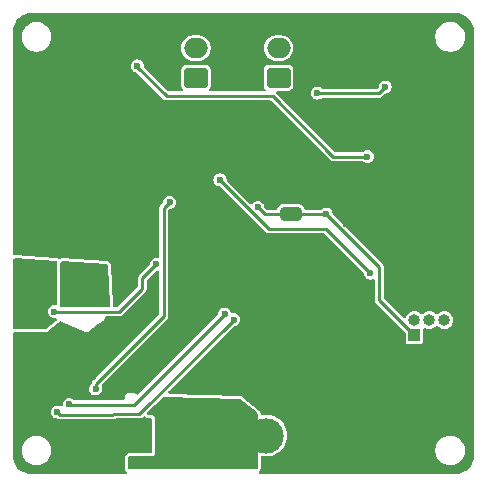
<source format=gbr>
%TF.GenerationSoftware,KiCad,Pcbnew,8.0.2*%
%TF.CreationDate,2024-11-04T12:25:00+02:00*%
%TF.ProjectId,Little Boy - External,4c697474-6c65-4204-926f-79202d204578,rev?*%
%TF.SameCoordinates,Original*%
%TF.FileFunction,Copper,L4,Bot*%
%TF.FilePolarity,Positive*%
%FSLAX46Y46*%
G04 Gerber Fmt 4.6, Leading zero omitted, Abs format (unit mm)*
G04 Created by KiCad (PCBNEW 8.0.2) date 2024-11-04 12:25:00*
%MOMM*%
%LPD*%
G01*
G04 APERTURE LIST*
G04 Aperture macros list*
%AMRoundRect*
0 Rectangle with rounded corners*
0 $1 Rounding radius*
0 $2 $3 $4 $5 $6 $7 $8 $9 X,Y pos of 4 corners*
0 Add a 4 corners polygon primitive as box body*
4,1,4,$2,$3,$4,$5,$6,$7,$8,$9,$2,$3,0*
0 Add four circle primitives for the rounded corners*
1,1,$1+$1,$2,$3*
1,1,$1+$1,$4,$5*
1,1,$1+$1,$6,$7*
1,1,$1+$1,$8,$9*
0 Add four rect primitives between the rounded corners*
20,1,$1+$1,$2,$3,$4,$5,0*
20,1,$1+$1,$4,$5,$6,$7,0*
20,1,$1+$1,$6,$7,$8,$9,0*
20,1,$1+$1,$8,$9,$2,$3,0*%
G04 Aperture macros list end*
%TA.AperFunction,ComponentPad*%
%ADD10C,0.600000*%
%TD*%
%TA.AperFunction,SMDPad,CuDef*%
%ADD11R,4.900000X2.950000*%
%TD*%
%TA.AperFunction,ComponentPad*%
%ADD12RoundRect,0.250000X-1.125000X-1.125000X1.125000X-1.125000X1.125000X1.125000X-1.125000X1.125000X0*%
%TD*%
%TA.AperFunction,HeatsinkPad*%
%ADD13C,0.500000*%
%TD*%
%TA.AperFunction,HeatsinkPad*%
%ADD14R,0.500000X1.600000*%
%TD*%
%TA.AperFunction,ComponentPad*%
%ADD15R,3.000000X3.000000*%
%TD*%
%TA.AperFunction,ComponentPad*%
%ADD16C,3.000000*%
%TD*%
%TA.AperFunction,ComponentPad*%
%ADD17R,1.000000X1.000000*%
%TD*%
%TA.AperFunction,ComponentPad*%
%ADD18O,1.000000X1.000000*%
%TD*%
%TA.AperFunction,ComponentPad*%
%ADD19RoundRect,0.250000X0.750000X-0.600000X0.750000X0.600000X-0.750000X0.600000X-0.750000X-0.600000X0*%
%TD*%
%TA.AperFunction,ComponentPad*%
%ADD20O,2.000000X1.700000*%
%TD*%
%TA.AperFunction,SMDPad,CuDef*%
%ADD21RoundRect,0.250000X0.650000X-0.325000X0.650000X0.325000X-0.650000X0.325000X-0.650000X-0.325000X0*%
%TD*%
%TA.AperFunction,ViaPad*%
%ADD22C,0.600000*%
%TD*%
%TA.AperFunction,Conductor*%
%ADD23C,0.254000*%
%TD*%
G04 APERTURE END LIST*
D10*
%TO.P,U2,9,GND*%
%TO.N,GND*%
X128850001Y-59250001D03*
X126250000Y-59250000D03*
X127550000Y-59250000D03*
X124949998Y-59249999D03*
D11*
X126900000Y-58600000D03*
D10*
X128850002Y-57950001D03*
X126250000Y-57950000D03*
X127550000Y-57950000D03*
X124949999Y-57949999D03*
%TD*%
D12*
%TO.P,J6,1,Pin_1*%
%TO.N, MOT_A*%
X129500000Y-66500000D03*
%TD*%
D13*
%TO.P,U3,7,PAD*%
%TO.N,GND*%
X133137501Y-49859176D03*
D14*
X133137501Y-49309177D03*
D13*
X133137501Y-48759178D03*
%TD*%
D15*
%TO.P,J4,1,Pin_1*%
%TO.N,GND*%
X149950000Y-79250000D03*
D16*
%TO.P,J4,2,Pin_2*%
%TO.N,+12V*%
X144950000Y-79250000D03*
%TD*%
D17*
%TO.P,SWD,1,Pin_1*%
%TO.N,+3V3*%
X157475000Y-70750000D03*
D18*
%TO.P,SWD,2,Pin_2*%
%TO.N,SWDIO*%
X157475000Y-69479999D03*
%TO.P,SWD,3,Pin_3*%
%TO.N,GND*%
X158745001Y-70750000D03*
%TO.P,SWD,4,Pin_4*%
%TO.N,SWCLK*%
X158745000Y-69480002D03*
%TO.P,SWD,5,Pin_5*%
%TO.N,GND*%
X160015001Y-70750001D03*
%TO.P,SWD,6,Pin_6*%
%TO.N,NRST*%
X160014999Y-69480000D03*
%TD*%
D15*
%TO.P,J3,1,Pin_1*%
%TO.N,GND*%
X133750000Y-79250000D03*
D16*
%TO.P,J3,2,Pin_2*%
%TO.N,+12V*%
X138750000Y-79250000D03*
%TD*%
D19*
%TO.P,J8,1,Pin_1*%
%TO.N,CAN_H*%
X138972499Y-48955001D03*
D20*
%TO.P,J8,2,Pin_2*%
%TO.N,CAN_L*%
X138972500Y-46455001D03*
%TD*%
D12*
%TO.P,J5,1,Pin_1*%
%TO.N,Net-(IC1-OUT2)*%
X125250000Y-66500000D03*
%TD*%
D19*
%TO.P,J9,1,Pin_1*%
%TO.N,CAN_H*%
X145972498Y-48955001D03*
D20*
%TO.P,J9,2,Pin_2*%
%TO.N,CAN_L*%
X145972497Y-46455001D03*
%TD*%
D21*
%TO.P,C21,1*%
%TO.N,+3V3*%
X147000000Y-60475000D03*
%TO.P,C21,2*%
%TO.N,GND*%
X147000000Y-57525000D03*
%TD*%
D22*
%TO.N,GND*%
X154200000Y-58800000D03*
X137250000Y-66500000D03*
X157200000Y-49950000D03*
X125500000Y-50300000D03*
X129700000Y-55000000D03*
X130750000Y-60450000D03*
X134550000Y-54650000D03*
X133000000Y-54650000D03*
X137100000Y-58700000D03*
X137000000Y-58050000D03*
X137000000Y-57050000D03*
X128750000Y-72250000D03*
X141895683Y-55346796D03*
X128000000Y-51250000D03*
X160000000Y-67500000D03*
X162000000Y-71500000D03*
X126250000Y-73750000D03*
X159250000Y-67500000D03*
X159750000Y-64750000D03*
X139500000Y-57500000D03*
X134887498Y-47909178D03*
X129250000Y-50500000D03*
X159000000Y-58250000D03*
X160750000Y-67000000D03*
X130260001Y-74260001D03*
X128250000Y-73750000D03*
X139250000Y-54250000D03*
X127250000Y-72750000D03*
X126750000Y-73250000D03*
X127250000Y-73750000D03*
X127750000Y-72250000D03*
X145750000Y-55000000D03*
X131000000Y-76000000D03*
X143750000Y-53500000D03*
X160750000Y-65500000D03*
X149000000Y-67250000D03*
X126250000Y-72750000D03*
X152500000Y-61300000D03*
X159750000Y-58250000D03*
X126750000Y-72250000D03*
X141750000Y-60123000D03*
X151700000Y-61300000D03*
X128250000Y-72750000D03*
X124000000Y-62250000D03*
X127250000Y-71750000D03*
X153000000Y-58500000D03*
X159000000Y-64750000D03*
X160500000Y-64750000D03*
X160500000Y-58250000D03*
X125500000Y-76750000D03*
X126250000Y-71750000D03*
X158250000Y-64750000D03*
X160750000Y-66250000D03*
X127750000Y-73250000D03*
X128250000Y-71750000D03*
X128750000Y-73250000D03*
X131500000Y-49250000D03*
X141000000Y-53250000D03*
X131500000Y-75000000D03*
X158250000Y-58250000D03*
%TO.N,+3V3*%
X149250000Y-50257001D03*
X150000000Y-60500000D03*
X136750000Y-59500000D03*
X130500000Y-75300003D03*
X144219905Y-59919904D03*
X155000000Y-49750000D03*
%TO.N,NRST*%
X141018144Y-57604856D03*
X153750000Y-65500000D03*
%TO.N,+5V*%
X134007034Y-47959178D03*
X153500000Y-55627000D03*
%TO.N,DRV_IN2*%
X127250000Y-77250000D03*
X142187500Y-69437500D03*
%TO.N,ISEN*%
X127000000Y-68750000D03*
X135623000Y-64750000D03*
%TO.N,DRV_IN1*%
X141406642Y-68956645D03*
X128250000Y-76623000D03*
%TD*%
D23*
%TO.N,ISEN*%
X132500000Y-68750000D02*
X127000000Y-68750000D01*
X134423000Y-65950000D02*
X134423000Y-66827000D01*
X134423000Y-66827000D02*
X132500000Y-68750000D01*
X135623000Y-64750000D02*
X134423000Y-65950000D01*
%TO.N,+3V3*%
X130500000Y-74906714D02*
X136250000Y-69156714D01*
X154492999Y-50257001D02*
X149250000Y-50257001D01*
X154500000Y-65000000D02*
X154500000Y-67775000D01*
X130500000Y-75300003D02*
X130500000Y-74906714D01*
X154500000Y-67775000D02*
X157475000Y-70750000D01*
X136250000Y-60000000D02*
X136750000Y-59500000D01*
X150000000Y-60500000D02*
X144800001Y-60500000D01*
X150000000Y-60500000D02*
X154500000Y-65000000D01*
X144800001Y-60500000D02*
X144219905Y-59919904D01*
X155000000Y-49750000D02*
X154492999Y-50257001D01*
X136250000Y-69156714D02*
X136250000Y-60000000D01*
%TO.N,NRST*%
X141018144Y-57604856D02*
X145178340Y-61765052D01*
X150015052Y-61765052D02*
X153750000Y-65500000D01*
X145178340Y-61765052D02*
X150015052Y-61765052D01*
%TO.N,+5V*%
X150627000Y-55627000D02*
X145500000Y-50500000D01*
X153500000Y-55627000D02*
X150627000Y-55627000D01*
X136500000Y-50500000D02*
X134007034Y-48007034D01*
X145500000Y-50500000D02*
X136500000Y-50500000D01*
X134007034Y-48007034D02*
X134007034Y-47959178D01*
%TO.N,DRV_IN2*%
X142187500Y-69437500D02*
X134202000Y-77423000D01*
X134202000Y-77423000D02*
X132000000Y-77423000D01*
X127500000Y-77500000D02*
X127250000Y-77250000D01*
X132000000Y-77423000D02*
X131923000Y-77500000D01*
X131923000Y-77500000D02*
X127500000Y-77500000D01*
%TO.N,DRV_IN1*%
X128250000Y-76623000D02*
X128254000Y-76627000D01*
X133736287Y-76627000D02*
X141406642Y-68956645D01*
X128254000Y-76627000D02*
X133736287Y-76627000D01*
%TD*%
%TA.AperFunction,Conductor*%
%TO.N,GND*%
G36*
X161004418Y-43500816D02*
G01*
X161204561Y-43515130D01*
X161222063Y-43517647D01*
X161413797Y-43559355D01*
X161430755Y-43564334D01*
X161614609Y-43632909D01*
X161630701Y-43640259D01*
X161802904Y-43734288D01*
X161817784Y-43743849D01*
X161974867Y-43861441D01*
X161988237Y-43873027D01*
X162126972Y-44011762D01*
X162138558Y-44025132D01*
X162256146Y-44182210D01*
X162265711Y-44197095D01*
X162359740Y-44369298D01*
X162367090Y-44385390D01*
X162435662Y-44569236D01*
X162440646Y-44586212D01*
X162482351Y-44777931D01*
X162484869Y-44795442D01*
X162499184Y-44995580D01*
X162499500Y-45004427D01*
X162499500Y-80995572D01*
X162499184Y-81004419D01*
X162484869Y-81204557D01*
X162482351Y-81222068D01*
X162440646Y-81413787D01*
X162435662Y-81430763D01*
X162367090Y-81614609D01*
X162359740Y-81630701D01*
X162265711Y-81802904D01*
X162256146Y-81817789D01*
X162138558Y-81974867D01*
X162126972Y-81988237D01*
X161988237Y-82126972D01*
X161974867Y-82138558D01*
X161817789Y-82256146D01*
X161802904Y-82265711D01*
X161630701Y-82359740D01*
X161614609Y-82367090D01*
X161430763Y-82435662D01*
X161413787Y-82440646D01*
X161222068Y-82482351D01*
X161204557Y-82484869D01*
X161023779Y-82497799D01*
X161004417Y-82499184D01*
X160995572Y-82499500D01*
X144410966Y-82499500D01*
X144343927Y-82479815D01*
X144298172Y-82427011D01*
X144288228Y-82357853D01*
X144317253Y-82294297D01*
X144329758Y-82281791D01*
X144354898Y-82260008D01*
X144386523Y-82227234D01*
X144432731Y-82138899D01*
X144432832Y-82138558D01*
X144442481Y-82105693D01*
X144452416Y-82071860D01*
X144462766Y-81999875D01*
X144462766Y-81090923D01*
X144482451Y-81023884D01*
X144535255Y-80978129D01*
X144604413Y-80968185D01*
X144604993Y-80968270D01*
X144818818Y-81000500D01*
X145081182Y-81000500D01*
X145340615Y-80961396D01*
X145591323Y-80884063D01*
X145827704Y-80770228D01*
X146044479Y-80622433D01*
X146236805Y-80443981D01*
X146270621Y-80401577D01*
X159249500Y-80401577D01*
X159249500Y-80598422D01*
X159280290Y-80792826D01*
X159341117Y-80980029D01*
X159378048Y-81052509D01*
X159430476Y-81155405D01*
X159546172Y-81314646D01*
X159685354Y-81453828D01*
X159844595Y-81569524D01*
X159927455Y-81611743D01*
X160019970Y-81658882D01*
X160019972Y-81658882D01*
X160019975Y-81658884D01*
X160120317Y-81691487D01*
X160207173Y-81719709D01*
X160401578Y-81750500D01*
X160401583Y-81750500D01*
X160598422Y-81750500D01*
X160792826Y-81719709D01*
X160980025Y-81658884D01*
X161155405Y-81569524D01*
X161314646Y-81453828D01*
X161453828Y-81314646D01*
X161569524Y-81155405D01*
X161658884Y-80980025D01*
X161719709Y-80792826D01*
X161750500Y-80598422D01*
X161750500Y-80401577D01*
X161719709Y-80207173D01*
X161658882Y-80019970D01*
X161569523Y-79844594D01*
X161513453Y-79767421D01*
X161453828Y-79685354D01*
X161314646Y-79546172D01*
X161155405Y-79430476D01*
X160980029Y-79341117D01*
X160792826Y-79280290D01*
X160598422Y-79249500D01*
X160598417Y-79249500D01*
X160401583Y-79249500D01*
X160401578Y-79249500D01*
X160207173Y-79280290D01*
X160019970Y-79341117D01*
X159844594Y-79430476D01*
X159753741Y-79496485D01*
X159685354Y-79546172D01*
X159685352Y-79546174D01*
X159685351Y-79546174D01*
X159546174Y-79685351D01*
X159546174Y-79685352D01*
X159546172Y-79685354D01*
X159496485Y-79753741D01*
X159430476Y-79844594D01*
X159341117Y-80019970D01*
X159280290Y-80207173D01*
X159249500Y-80401577D01*
X146270621Y-80401577D01*
X146400386Y-80238857D01*
X146531568Y-80011643D01*
X146627420Y-79767416D01*
X146685802Y-79511630D01*
X146705408Y-79250000D01*
X146685802Y-78988370D01*
X146627420Y-78732584D01*
X146531568Y-78488357D01*
X146400386Y-78261143D01*
X146236805Y-78056019D01*
X146236804Y-78056018D01*
X146236801Y-78056014D01*
X146044479Y-77877567D01*
X146044379Y-77877499D01*
X145827704Y-77729772D01*
X145827700Y-77729770D01*
X145827697Y-77729768D01*
X145827696Y-77729767D01*
X145591325Y-77615938D01*
X145591327Y-77615938D01*
X145340623Y-77538606D01*
X145340619Y-77538605D01*
X145340615Y-77538604D01*
X145215823Y-77519794D01*
X145081187Y-77499500D01*
X145081182Y-77499500D01*
X144818818Y-77499500D01*
X144818812Y-77499500D01*
X144646165Y-77525523D01*
X144603876Y-77531897D01*
X144534652Y-77522425D01*
X144481538Y-77477031D01*
X144461755Y-77418723D01*
X144459803Y-77393156D01*
X144454085Y-77355936D01*
X144452068Y-77344534D01*
X144413788Y-77252485D01*
X144374889Y-77194446D01*
X144328759Y-77143237D01*
X144328194Y-77142061D01*
X142903923Y-75955169D01*
X142903922Y-75955168D01*
X142903911Y-75955159D01*
X142894183Y-75947445D01*
X142884560Y-75940188D01*
X142809131Y-75901012D01*
X142742624Y-75879568D01*
X142670939Y-75867329D01*
X136743575Y-75711346D01*
X136677077Y-75689905D01*
X136632727Y-75635915D01*
X136624606Y-75566519D01*
X136655293Y-75503749D01*
X136659134Y-75499730D01*
X142133110Y-70025754D01*
X142194431Y-69992271D01*
X142204599Y-69990498D01*
X142331209Y-69973830D01*
X142465125Y-69918361D01*
X142580121Y-69830121D01*
X142668361Y-69715125D01*
X142723830Y-69581209D01*
X142742750Y-69437500D01*
X142723830Y-69293791D01*
X142668361Y-69159875D01*
X142580121Y-69044879D01*
X142465125Y-68956639D01*
X142465124Y-68956638D01*
X142465122Y-68956637D01*
X142331212Y-68901171D01*
X142331210Y-68901170D01*
X142331209Y-68901170D01*
X142242743Y-68889523D01*
X142187501Y-68882250D01*
X142187499Y-68882250D01*
X142077059Y-68896790D01*
X142008023Y-68886025D01*
X141955767Y-68839645D01*
X141947208Y-68819977D01*
X141946082Y-68820444D01*
X141887504Y-68679022D01*
X141887503Y-68679021D01*
X141887503Y-68679020D01*
X141799263Y-68564024D01*
X141684267Y-68475784D01*
X141684266Y-68475783D01*
X141684264Y-68475782D01*
X141550354Y-68420316D01*
X141550352Y-68420315D01*
X141550351Y-68420315D01*
X141478496Y-68410855D01*
X141406643Y-68401395D01*
X141406641Y-68401395D01*
X141262933Y-68420315D01*
X141262929Y-68420316D01*
X141129019Y-68475782D01*
X141014021Y-68564024D01*
X140925779Y-68679022D01*
X140870313Y-68812932D01*
X140870312Y-68812936D01*
X140853643Y-68939541D01*
X140825376Y-69003437D01*
X140818385Y-69011035D01*
X134085950Y-75743470D01*
X134024627Y-75776955D01*
X133954935Y-75771971D01*
X133909850Y-75742726D01*
X133879891Y-75712256D01*
X133879890Y-75712255D01*
X133879889Y-75712254D01*
X133879886Y-75712252D01*
X133879882Y-75712249D01*
X133792800Y-75663739D01*
X133792792Y-75663736D01*
X133726299Y-75642297D01*
X133654611Y-75630057D01*
X133341245Y-75621810D01*
X133283494Y-75626870D01*
X133283485Y-75626871D01*
X133228742Y-75638029D01*
X133199071Y-75645960D01*
X133199070Y-75645960D01*
X133199068Y-75645961D01*
X133170191Y-75662404D01*
X133112440Y-75695290D01*
X133112439Y-75695291D01*
X133059637Y-75741043D01*
X133028009Y-75773820D01*
X132981800Y-75862157D01*
X132981799Y-75862157D01*
X132962117Y-75929189D01*
X132962114Y-75929201D01*
X132951766Y-76001178D01*
X132951766Y-76125500D01*
X132932081Y-76192539D01*
X132879277Y-76238294D01*
X132827766Y-76249500D01*
X128709633Y-76249500D01*
X128642594Y-76229815D01*
X128634147Y-76223876D01*
X128527625Y-76142139D01*
X128527623Y-76142138D01*
X128393712Y-76086671D01*
X128393710Y-76086670D01*
X128393709Y-76086670D01*
X128321854Y-76077210D01*
X128250001Y-76067750D01*
X128249999Y-76067750D01*
X128106291Y-76086670D01*
X128106287Y-76086671D01*
X127972377Y-76142137D01*
X127857379Y-76230379D01*
X127769137Y-76345377D01*
X127713671Y-76479287D01*
X127713670Y-76479291D01*
X127694750Y-76622999D01*
X127696705Y-76637852D01*
X127685937Y-76706887D01*
X127639556Y-76759142D01*
X127572286Y-76778025D01*
X127526313Y-76768595D01*
X127393712Y-76713671D01*
X127393710Y-76713670D01*
X127393709Y-76713670D01*
X127321854Y-76704210D01*
X127250001Y-76694750D01*
X127249999Y-76694750D01*
X127106291Y-76713670D01*
X127106287Y-76713671D01*
X126972377Y-76769137D01*
X126857379Y-76857379D01*
X126769137Y-76972377D01*
X126713671Y-77106287D01*
X126713670Y-77106291D01*
X126694750Y-77250000D01*
X126713599Y-77393173D01*
X126713670Y-77393708D01*
X126713671Y-77393712D01*
X126769137Y-77527622D01*
X126769138Y-77527624D01*
X126769139Y-77527625D01*
X126857379Y-77642621D01*
X126972375Y-77730861D01*
X127106291Y-77786330D01*
X127250000Y-77805250D01*
X127250000Y-77805249D01*
X127256259Y-77806074D01*
X127302069Y-77821624D01*
X127317903Y-77830765D01*
X127317907Y-77830769D01*
X127317908Y-77830768D01*
X127354291Y-77851774D01*
X127450301Y-77877500D01*
X127450304Y-77877500D01*
X131972697Y-77877500D01*
X131972699Y-77877500D01*
X132068710Y-77851774D01*
X132078975Y-77845847D01*
X132128743Y-77817114D01*
X132190744Y-77800500D01*
X134251697Y-77800500D01*
X134251699Y-77800500D01*
X134347710Y-77774774D01*
X134433790Y-77725075D01*
X134517669Y-77641195D01*
X134578991Y-77607710D01*
X134648682Y-77612694D01*
X134696133Y-77645640D01*
X134696685Y-77645118D01*
X134698587Y-77647125D01*
X134698592Y-77647130D01*
X134698594Y-77647132D01*
X134731368Y-77678757D01*
X134819703Y-77724965D01*
X134819704Y-77724965D01*
X134819704Y-77724966D01*
X134869832Y-77739684D01*
X134886742Y-77744650D01*
X134886746Y-77744650D01*
X134886748Y-77744651D01*
X134898379Y-77746323D01*
X134958727Y-77755000D01*
X135121000Y-77755000D01*
X135188039Y-77774685D01*
X135233794Y-77827489D01*
X135245000Y-77879000D01*
X135245000Y-80621000D01*
X135225315Y-80688039D01*
X135172511Y-80733794D01*
X135121000Y-80745000D01*
X133331263Y-80745000D01*
X133276953Y-80750838D01*
X133225447Y-80762043D01*
X133225438Y-80762046D01*
X133199073Y-80769279D01*
X133199062Y-80769283D01*
X133112447Y-80818605D01*
X133112439Y-80818611D01*
X133059637Y-80864363D01*
X133028009Y-80897140D01*
X132981800Y-80985477D01*
X132981799Y-80985477D01*
X132962117Y-81052509D01*
X132962114Y-81052521D01*
X132951766Y-81124498D01*
X132951766Y-81999877D01*
X132957604Y-82054187D01*
X132968809Y-82105693D01*
X132968812Y-82105702D01*
X132976045Y-82132067D01*
X132976049Y-82132078D01*
X133025371Y-82218693D01*
X133025376Y-82218700D01*
X133025378Y-82218703D01*
X133057823Y-82256146D01*
X133071132Y-82271506D01*
X133071137Y-82271511D01*
X133086431Y-82286269D01*
X133121005Y-82346985D01*
X133117264Y-82416755D01*
X133076397Y-82473426D01*
X133011379Y-82499007D01*
X133000328Y-82499500D01*
X125004428Y-82499500D01*
X124995582Y-82499184D01*
X124973622Y-82497613D01*
X124795442Y-82484869D01*
X124777931Y-82482351D01*
X124586212Y-82440646D01*
X124569236Y-82435662D01*
X124385390Y-82367090D01*
X124369298Y-82359740D01*
X124197095Y-82265711D01*
X124182210Y-82256146D01*
X124143588Y-82227234D01*
X124038629Y-82148662D01*
X124025132Y-82138558D01*
X124011762Y-82126972D01*
X123873027Y-81988237D01*
X123861441Y-81974867D01*
X123743849Y-81817784D01*
X123734288Y-81802904D01*
X123640259Y-81630701D01*
X123632909Y-81614609D01*
X123572091Y-81451551D01*
X123564334Y-81430755D01*
X123559355Y-81413797D01*
X123517647Y-81222063D01*
X123515130Y-81204556D01*
X123509404Y-81124500D01*
X123500816Y-81004418D01*
X123500500Y-80995572D01*
X123500500Y-80401577D01*
X124249500Y-80401577D01*
X124249500Y-80598422D01*
X124280290Y-80792826D01*
X124341117Y-80980029D01*
X124378048Y-81052509D01*
X124430476Y-81155405D01*
X124546172Y-81314646D01*
X124685354Y-81453828D01*
X124844595Y-81569524D01*
X124927455Y-81611743D01*
X125019970Y-81658882D01*
X125019972Y-81658882D01*
X125019975Y-81658884D01*
X125120317Y-81691487D01*
X125207173Y-81719709D01*
X125401578Y-81750500D01*
X125401583Y-81750500D01*
X125598422Y-81750500D01*
X125792826Y-81719709D01*
X125980025Y-81658884D01*
X126155405Y-81569524D01*
X126314646Y-81453828D01*
X126453828Y-81314646D01*
X126569524Y-81155405D01*
X126658884Y-80980025D01*
X126719709Y-80792826D01*
X126750500Y-80598422D01*
X126750500Y-80401577D01*
X126719709Y-80207173D01*
X126658882Y-80019970D01*
X126569523Y-79844594D01*
X126513453Y-79767421D01*
X126453828Y-79685354D01*
X126314646Y-79546172D01*
X126155405Y-79430476D01*
X125980029Y-79341117D01*
X125792826Y-79280290D01*
X125598422Y-79249500D01*
X125598417Y-79249500D01*
X125401583Y-79249500D01*
X125401578Y-79249500D01*
X125207173Y-79280290D01*
X125019970Y-79341117D01*
X124844594Y-79430476D01*
X124753741Y-79496485D01*
X124685354Y-79546172D01*
X124685352Y-79546174D01*
X124685351Y-79546174D01*
X124546174Y-79685351D01*
X124546174Y-79685352D01*
X124546172Y-79685354D01*
X124496485Y-79753741D01*
X124430476Y-79844594D01*
X124341117Y-80019970D01*
X124280290Y-80207173D01*
X124249500Y-80401577D01*
X123500500Y-80401577D01*
X123500500Y-70629500D01*
X123520185Y-70562461D01*
X123572989Y-70516706D01*
X123624500Y-70505500D01*
X126206485Y-70505500D01*
X126206503Y-70505500D01*
X126219723Y-70505158D01*
X126232539Y-70504494D01*
X126316254Y-70485734D01*
X126380900Y-70459226D01*
X126443575Y-70422340D01*
X127328165Y-69714666D01*
X127357311Y-69687350D01*
X127383360Y-69658796D01*
X127391627Y-69649271D01*
X127415732Y-69604493D01*
X127464840Y-69554797D01*
X127533024Y-69539538D01*
X127590891Y-69558282D01*
X127592980Y-69559594D01*
X127592984Y-69559598D01*
X127654561Y-69598292D01*
X129579709Y-70453913D01*
X129639507Y-70472122D01*
X129639511Y-70472122D01*
X129639512Y-70472123D01*
X129669166Y-70477303D01*
X129698826Y-70482485D01*
X129733907Y-70486142D01*
X129832300Y-70470107D01*
X129832301Y-70470106D01*
X129832304Y-70470106D01*
X129876158Y-70453703D01*
X129897742Y-70445631D01*
X129961538Y-70410721D01*
X130722090Y-69840307D01*
X131102368Y-69555098D01*
X131123247Y-69537625D01*
X131142559Y-69519630D01*
X131200791Y-69438841D01*
X131229816Y-69375285D01*
X131244969Y-69332332D01*
X131247123Y-69292138D01*
X131249657Y-69244864D01*
X131272901Y-69178974D01*
X131328077Y-69136111D01*
X131373479Y-69127500D01*
X132549697Y-69127500D01*
X132549699Y-69127500D01*
X132645710Y-69101774D01*
X132731790Y-69052075D01*
X134725076Y-67058790D01*
X134774774Y-66972710D01*
X134800500Y-66876699D01*
X134800500Y-66777301D01*
X134800500Y-66157727D01*
X134820185Y-66090688D01*
X134836819Y-66070046D01*
X135188658Y-65718207D01*
X135568610Y-65338254D01*
X135629931Y-65304771D01*
X135640099Y-65302998D01*
X135732315Y-65290858D01*
X135801350Y-65301623D01*
X135853606Y-65348003D01*
X135872500Y-65413797D01*
X135872500Y-68948987D01*
X135852815Y-69016026D01*
X135836181Y-69036668D01*
X130197927Y-74674921D01*
X130197925Y-74674924D01*
X130148225Y-74761005D01*
X130148225Y-74761008D01*
X130122500Y-74857013D01*
X130121964Y-74861089D01*
X130097401Y-74920385D01*
X130019139Y-75022377D01*
X130019138Y-75022379D01*
X129963671Y-75156290D01*
X129963670Y-75156294D01*
X129944750Y-75300002D01*
X129944750Y-75300003D01*
X129963670Y-75443711D01*
X129963671Y-75443715D01*
X130019137Y-75577625D01*
X130019138Y-75577627D01*
X130019139Y-75577628D01*
X130107379Y-75692624D01*
X130222375Y-75780864D01*
X130356291Y-75836333D01*
X130483280Y-75853051D01*
X130499999Y-75855253D01*
X130500000Y-75855253D01*
X130500001Y-75855253D01*
X130514977Y-75853281D01*
X130643709Y-75836333D01*
X130777625Y-75780864D01*
X130892621Y-75692624D01*
X130980861Y-75577628D01*
X131036330Y-75443712D01*
X131055250Y-75300003D01*
X131036330Y-75156294D01*
X130994213Y-75054615D01*
X130986745Y-74985147D01*
X131018020Y-74922668D01*
X131021065Y-74919512D01*
X136552075Y-69388504D01*
X136601774Y-69302424D01*
X136627500Y-69206413D01*
X136627500Y-69107015D01*
X136627500Y-60207727D01*
X136647185Y-60140688D01*
X136663819Y-60120046D01*
X136695609Y-60088256D01*
X136756932Y-60054771D01*
X136767099Y-60052998D01*
X136893709Y-60036330D01*
X137027625Y-59980861D01*
X137142621Y-59892621D01*
X137230861Y-59777625D01*
X137286330Y-59643709D01*
X137305250Y-59500000D01*
X137286330Y-59356291D01*
X137230861Y-59222375D01*
X137142621Y-59107379D01*
X137027625Y-59019139D01*
X137027624Y-59019138D01*
X137027622Y-59019137D01*
X136893712Y-58963671D01*
X136893710Y-58963670D01*
X136893709Y-58963670D01*
X136821854Y-58954210D01*
X136750001Y-58944750D01*
X136749999Y-58944750D01*
X136606291Y-58963670D01*
X136606287Y-58963671D01*
X136472377Y-59019137D01*
X136357379Y-59107379D01*
X136269137Y-59222377D01*
X136213671Y-59356287D01*
X136213670Y-59356291D01*
X136197001Y-59482896D01*
X136168734Y-59546792D01*
X136161744Y-59554390D01*
X135947925Y-59768210D01*
X135898225Y-59854291D01*
X135898225Y-59854294D01*
X135872500Y-59950301D01*
X135872500Y-64086202D01*
X135852815Y-64153241D01*
X135800011Y-64198996D01*
X135732315Y-64209141D01*
X135623002Y-64194750D01*
X135622999Y-64194750D01*
X135479291Y-64213670D01*
X135479287Y-64213671D01*
X135345377Y-64269137D01*
X135230379Y-64357379D01*
X135142137Y-64472377D01*
X135086671Y-64606287D01*
X135086670Y-64606291D01*
X135070001Y-64732895D01*
X135041734Y-64796791D01*
X135034743Y-64804389D01*
X134120927Y-65718207D01*
X134120925Y-65718210D01*
X134071225Y-65804291D01*
X134071225Y-65804294D01*
X134045500Y-65900301D01*
X134045500Y-66619272D01*
X134025815Y-66686311D01*
X134009181Y-66706953D01*
X132379954Y-68336181D01*
X132318631Y-68369666D01*
X132292273Y-68372500D01*
X132095670Y-68372500D01*
X132028631Y-68352815D01*
X131982876Y-68300011D01*
X131972070Y-68238547D01*
X131972199Y-68236938D01*
X131973175Y-68224827D01*
X131761826Y-64843261D01*
X131756484Y-64804886D01*
X131748513Y-64768246D01*
X131745839Y-64757151D01*
X131702008Y-64667612D01*
X131659636Y-64612057D01*
X131659628Y-64612048D01*
X131628900Y-64578451D01*
X131628898Y-64578450D01*
X131587668Y-64553489D01*
X131543619Y-64526822D01*
X131543617Y-64526821D01*
X131543615Y-64526820D01*
X131504075Y-64512475D01*
X131477938Y-64502993D01*
X131477934Y-64502992D01*
X131477924Y-64502989D01*
X131406747Y-64488174D01*
X131406741Y-64488173D01*
X131406738Y-64488173D01*
X127647671Y-64253231D01*
X127647670Y-64253231D01*
X127640380Y-64253671D01*
X127585234Y-64257000D01*
X127585230Y-64257000D01*
X127585225Y-64257001D01*
X127585224Y-64257001D01*
X127525984Y-64267965D01*
X127491802Y-64276773D01*
X127461899Y-64293801D01*
X127393902Y-64309868D01*
X127336323Y-64292122D01*
X127284276Y-64260613D01*
X127284275Y-64260612D01*
X127284274Y-64260612D01*
X127218596Y-64236784D01*
X127218594Y-64236783D01*
X127218590Y-64236782D01*
X127218582Y-64236780D01*
X127147405Y-64221965D01*
X127147399Y-64221964D01*
X127147396Y-64221964D01*
X123648170Y-64003262D01*
X123648168Y-64003262D01*
X123641336Y-64003674D01*
X123631970Y-64004239D01*
X123563867Y-63988630D01*
X123515014Y-63938679D01*
X123500500Y-63880465D01*
X123500500Y-57604855D01*
X140462894Y-57604855D01*
X140462894Y-57604856D01*
X140481814Y-57748564D01*
X140481815Y-57748568D01*
X140537281Y-57882478D01*
X140537282Y-57882480D01*
X140537283Y-57882481D01*
X140625523Y-57997477D01*
X140740519Y-58085717D01*
X140874435Y-58141186D01*
X141001040Y-58157854D01*
X141064936Y-58186121D01*
X141072534Y-58193111D01*
X144946550Y-62067128D01*
X144946552Y-62067129D01*
X144946556Y-62067132D01*
X145032623Y-62116822D01*
X145032630Y-62116826D01*
X145128641Y-62142552D01*
X149807325Y-62142552D01*
X149874364Y-62162237D01*
X149895006Y-62178871D01*
X153161743Y-65445608D01*
X153195228Y-65506931D01*
X153197001Y-65517103D01*
X153213670Y-65643707D01*
X153213671Y-65643712D01*
X153269137Y-65777622D01*
X153269138Y-65777624D01*
X153269139Y-65777625D01*
X153357379Y-65892621D01*
X153472375Y-65980861D01*
X153606291Y-66036330D01*
X153733280Y-66053048D01*
X153749999Y-66055250D01*
X153750000Y-66055250D01*
X153750001Y-66055250D01*
X153764977Y-66053278D01*
X153893709Y-66036330D01*
X153951050Y-66012578D01*
X154020516Y-66005110D01*
X154082995Y-66036385D01*
X154118648Y-66096473D01*
X154122500Y-66127140D01*
X154122500Y-67725301D01*
X154122500Y-67824699D01*
X154148226Y-67920710D01*
X154197925Y-68006790D01*
X154197927Y-68006792D01*
X156688181Y-70497046D01*
X156721666Y-70558369D01*
X156724500Y-70584727D01*
X156724500Y-71274678D01*
X156739032Y-71347735D01*
X156739033Y-71347739D01*
X156739034Y-71347740D01*
X156794399Y-71430601D01*
X156877260Y-71485966D01*
X156877264Y-71485967D01*
X156950321Y-71500499D01*
X156950324Y-71500500D01*
X156950326Y-71500500D01*
X157999676Y-71500500D01*
X157999677Y-71500499D01*
X158072740Y-71485966D01*
X158155601Y-71430601D01*
X158210966Y-71347740D01*
X158225500Y-71274674D01*
X158225500Y-70264297D01*
X158245185Y-70197258D01*
X158297989Y-70151503D01*
X158367147Y-70141559D01*
X158410936Y-70157638D01*
X158411034Y-70157436D01*
X158413122Y-70158441D01*
X158415476Y-70159306D01*
X158416885Y-70160191D01*
X158417310Y-70160458D01*
X158522479Y-70197258D01*
X158576943Y-70216316D01*
X158744997Y-70235251D01*
X158745000Y-70235251D01*
X158745003Y-70235251D01*
X158913056Y-70216316D01*
X158913065Y-70216313D01*
X159072690Y-70160458D01*
X159072692Y-70160456D01*
X159072694Y-70160456D01*
X159072697Y-70160454D01*
X159215884Y-70070483D01*
X159215884Y-70070482D01*
X159215890Y-70070479D01*
X159292322Y-69994046D01*
X159353641Y-69960564D01*
X159423333Y-69965548D01*
X159467681Y-69994049D01*
X159544108Y-70070476D01*
X159544114Y-70070481D01*
X159687301Y-70160452D01*
X159687304Y-70160454D01*
X159687308Y-70160455D01*
X159687309Y-70160456D01*
X159687315Y-70160458D01*
X159846942Y-70216314D01*
X160014996Y-70235249D01*
X160014999Y-70235249D01*
X160015002Y-70235249D01*
X160183055Y-70216314D01*
X160237514Y-70197258D01*
X160342689Y-70160456D01*
X160342691Y-70160454D01*
X160342693Y-70160454D01*
X160342696Y-70160452D01*
X160485883Y-70070481D01*
X160485884Y-70070480D01*
X160485889Y-70070477D01*
X160605476Y-69950890D01*
X160625915Y-69918362D01*
X160695451Y-69807697D01*
X160695453Y-69807694D01*
X160695453Y-69807692D01*
X160695455Y-69807690D01*
X160751312Y-69648059D01*
X160751312Y-69648058D01*
X160751313Y-69648056D01*
X160770248Y-69480002D01*
X160770248Y-69479997D01*
X160751313Y-69311943D01*
X160699414Y-69163625D01*
X160695455Y-69152310D01*
X160695454Y-69152309D01*
X160695453Y-69152305D01*
X160695451Y-69152302D01*
X160605480Y-69009115D01*
X160605475Y-69009109D01*
X160485889Y-68889523D01*
X160485883Y-68889518D01*
X160342696Y-68799547D01*
X160342693Y-68799545D01*
X160183055Y-68743685D01*
X160015002Y-68724751D01*
X160014996Y-68724751D01*
X159846942Y-68743685D01*
X159687304Y-68799545D01*
X159687301Y-68799547D01*
X159544114Y-68889518D01*
X159467679Y-68965953D01*
X159406355Y-68999437D01*
X159336664Y-68994452D01*
X159292317Y-68965952D01*
X159215890Y-68889525D01*
X159215884Y-68889520D01*
X159072697Y-68799549D01*
X159072694Y-68799547D01*
X158913056Y-68743687D01*
X158745003Y-68724753D01*
X158744997Y-68724753D01*
X158576943Y-68743687D01*
X158417305Y-68799547D01*
X158417302Y-68799549D01*
X158274115Y-68889520D01*
X158197682Y-68965953D01*
X158136358Y-68999437D01*
X158066667Y-68994452D01*
X158022320Y-68965952D01*
X157945890Y-68889522D01*
X157945884Y-68889517D01*
X157802697Y-68799546D01*
X157802694Y-68799544D01*
X157643056Y-68743684D01*
X157475003Y-68724750D01*
X157474997Y-68724750D01*
X157306943Y-68743684D01*
X157147305Y-68799544D01*
X157147302Y-68799546D01*
X157004115Y-68889517D01*
X157004109Y-68889522D01*
X156884523Y-69009108D01*
X156884518Y-69009114D01*
X156794547Y-69152301D01*
X156794545Y-69152304D01*
X156760349Y-69250034D01*
X156719627Y-69306810D01*
X156654674Y-69332557D01*
X156586113Y-69319101D01*
X156555626Y-69296760D01*
X154913819Y-67654953D01*
X154880334Y-67593630D01*
X154877500Y-67567272D01*
X154877500Y-64950303D01*
X154877500Y-64950301D01*
X154862336Y-64893709D01*
X154851774Y-64854290D01*
X154802075Y-64768210D01*
X150588256Y-60554391D01*
X150554771Y-60493068D01*
X150552998Y-60482896D01*
X150536330Y-60356291D01*
X150480861Y-60222375D01*
X150392621Y-60107379D01*
X150277625Y-60019139D01*
X150277624Y-60019138D01*
X150277622Y-60019137D01*
X150143712Y-59963671D01*
X150143710Y-59963670D01*
X150143709Y-59963670D01*
X150071854Y-59954210D01*
X150000001Y-59944750D01*
X149999999Y-59944750D01*
X149856291Y-59963670D01*
X149856287Y-59963671D01*
X149722377Y-60019137D01*
X149699971Y-60036330D01*
X149621065Y-60096877D01*
X149555899Y-60122070D01*
X149545581Y-60122500D01*
X148260018Y-60122500D01*
X148192979Y-60102815D01*
X148147224Y-60050011D01*
X148143836Y-60041833D01*
X148093797Y-59907671D01*
X148093793Y-59907664D01*
X148007547Y-59792455D01*
X148007544Y-59792452D01*
X147892335Y-59706206D01*
X147892328Y-59706202D01*
X147757482Y-59655908D01*
X147757483Y-59655908D01*
X147697883Y-59649501D01*
X147697881Y-59649500D01*
X147697873Y-59649500D01*
X147697864Y-59649500D01*
X146302129Y-59649500D01*
X146302123Y-59649501D01*
X146242516Y-59655908D01*
X146107671Y-59706202D01*
X146107664Y-59706206D01*
X145992455Y-59792452D01*
X145992452Y-59792455D01*
X145906206Y-59907664D01*
X145906202Y-59907671D01*
X145856164Y-60041833D01*
X145814293Y-60097767D01*
X145748829Y-60122184D01*
X145739982Y-60122500D01*
X145007729Y-60122500D01*
X144940690Y-60102815D01*
X144920048Y-60086181D01*
X144808160Y-59974293D01*
X144774675Y-59912970D01*
X144772905Y-59902815D01*
X144756235Y-59776195D01*
X144706411Y-59655908D01*
X144700767Y-59642281D01*
X144700766Y-59642280D01*
X144700766Y-59642279D01*
X144612526Y-59527283D01*
X144497530Y-59439043D01*
X144497529Y-59439042D01*
X144497527Y-59439041D01*
X144363617Y-59383575D01*
X144363615Y-59383574D01*
X144363614Y-59383574D01*
X144291759Y-59374114D01*
X144219906Y-59364654D01*
X144219904Y-59364654D01*
X144076196Y-59383574D01*
X144076192Y-59383575D01*
X143942282Y-59439041D01*
X143827283Y-59527284D01*
X143760161Y-59614758D01*
X143703732Y-59655960D01*
X143633986Y-59660114D01*
X143574105Y-59626951D01*
X141606400Y-57659247D01*
X141572915Y-57597924D01*
X141571142Y-57587752D01*
X141554474Y-57461147D01*
X141499005Y-57327231D01*
X141410765Y-57212235D01*
X141295769Y-57123995D01*
X141295768Y-57123994D01*
X141295766Y-57123993D01*
X141161856Y-57068527D01*
X141161854Y-57068526D01*
X141161853Y-57068526D01*
X141089998Y-57059066D01*
X141018145Y-57049606D01*
X141018143Y-57049606D01*
X140874435Y-57068526D01*
X140874431Y-57068527D01*
X140740521Y-57123993D01*
X140625523Y-57212235D01*
X140537281Y-57327233D01*
X140481815Y-57461143D01*
X140481814Y-57461147D01*
X140462894Y-57604855D01*
X123500500Y-57604855D01*
X123500500Y-47959178D01*
X133451784Y-47959178D01*
X133456823Y-47997456D01*
X133470704Y-48102886D01*
X133470705Y-48102890D01*
X133526171Y-48236800D01*
X133526172Y-48236802D01*
X133526173Y-48236803D01*
X133614413Y-48351799D01*
X133729409Y-48440039D01*
X133863325Y-48495508D01*
X133934817Y-48504919D01*
X133998712Y-48533185D01*
X134006312Y-48540177D01*
X136268204Y-50802071D01*
X136268208Y-50802074D01*
X136268209Y-50802075D01*
X136285832Y-50812249D01*
X136285834Y-50812251D01*
X136285835Y-50812251D01*
X136354291Y-50851774D01*
X136450301Y-50877500D01*
X145292273Y-50877500D01*
X145359312Y-50897185D01*
X145379954Y-50913819D01*
X150395210Y-55929075D01*
X150481290Y-55978774D01*
X150577301Y-56004500D01*
X153045581Y-56004500D01*
X153112620Y-56024185D01*
X153121052Y-56030113D01*
X153222375Y-56107861D01*
X153356291Y-56163330D01*
X153483280Y-56180048D01*
X153499999Y-56182250D01*
X153500000Y-56182250D01*
X153500001Y-56182250D01*
X153514977Y-56180278D01*
X153643709Y-56163330D01*
X153777625Y-56107861D01*
X153892621Y-56019621D01*
X153980861Y-55904625D01*
X154036330Y-55770709D01*
X154055250Y-55627000D01*
X154036330Y-55483291D01*
X153980861Y-55349375D01*
X153892621Y-55234379D01*
X153777625Y-55146139D01*
X153777624Y-55146138D01*
X153777622Y-55146137D01*
X153643712Y-55090671D01*
X153643710Y-55090670D01*
X153643709Y-55090670D01*
X153571854Y-55081210D01*
X153500001Y-55071750D01*
X153499999Y-55071750D01*
X153356291Y-55090670D01*
X153356287Y-55090671D01*
X153222377Y-55146137D01*
X153190085Y-55170915D01*
X153121065Y-55223877D01*
X153055899Y-55249070D01*
X153045581Y-55249500D01*
X150834727Y-55249500D01*
X150767688Y-55229815D01*
X150747046Y-55213181D01*
X145801046Y-50267181D01*
X145795487Y-50257000D01*
X148694750Y-50257000D01*
X148694750Y-50257001D01*
X148713670Y-50400709D01*
X148713671Y-50400713D01*
X148769137Y-50534623D01*
X148769138Y-50534625D01*
X148769139Y-50534626D01*
X148857379Y-50649622D01*
X148972375Y-50737862D01*
X149106291Y-50793331D01*
X149233280Y-50810049D01*
X149249999Y-50812251D01*
X149250000Y-50812251D01*
X149250001Y-50812251D01*
X149264977Y-50810279D01*
X149393709Y-50793331D01*
X149527625Y-50737862D01*
X149628934Y-50660123D01*
X149694101Y-50634931D01*
X149704419Y-50634501D01*
X154542696Y-50634501D01*
X154542698Y-50634501D01*
X154638709Y-50608775D01*
X154724789Y-50559076D01*
X154945610Y-50338254D01*
X155006931Y-50304771D01*
X155017099Y-50302998D01*
X155143709Y-50286330D01*
X155277625Y-50230861D01*
X155392621Y-50142621D01*
X155480861Y-50027625D01*
X155536330Y-49893709D01*
X155555250Y-49750000D01*
X155536330Y-49606291D01*
X155480861Y-49472375D01*
X155392621Y-49357379D01*
X155277625Y-49269139D01*
X155277624Y-49269138D01*
X155277622Y-49269137D01*
X155143712Y-49213671D01*
X155143710Y-49213670D01*
X155143709Y-49213670D01*
X155071854Y-49204210D01*
X155000001Y-49194750D01*
X154999999Y-49194750D01*
X154856291Y-49213670D01*
X154856287Y-49213671D01*
X154722377Y-49269137D01*
X154607379Y-49357379D01*
X154519137Y-49472377D01*
X154463671Y-49606287D01*
X154463670Y-49606291D01*
X154447001Y-49732895D01*
X154418734Y-49796791D01*
X154411746Y-49804387D01*
X154392574Y-49823559D01*
X154372953Y-49843180D01*
X154311632Y-49876667D01*
X154285271Y-49879501D01*
X149704419Y-49879501D01*
X149637380Y-49859816D01*
X149628947Y-49853887D01*
X149527625Y-49776140D01*
X149527624Y-49776139D01*
X149527622Y-49776138D01*
X149393712Y-49720672D01*
X149393710Y-49720671D01*
X149393709Y-49720671D01*
X149321854Y-49711211D01*
X149250001Y-49701751D01*
X149249999Y-49701751D01*
X149106291Y-49720671D01*
X149106287Y-49720672D01*
X148972377Y-49776138D01*
X148857379Y-49864380D01*
X148769137Y-49979378D01*
X148713671Y-50113288D01*
X148713670Y-50113292D01*
X148694750Y-50257000D01*
X145795487Y-50257000D01*
X145767561Y-50205858D01*
X145772545Y-50136166D01*
X145814417Y-50080233D01*
X145879881Y-50055816D01*
X145888711Y-50055500D01*
X146770370Y-50055500D01*
X146829981Y-50049092D01*
X146964829Y-49998797D01*
X147080044Y-49912547D01*
X147166294Y-49797332D01*
X147216589Y-49662484D01*
X147222998Y-49602874D01*
X147222997Y-48307129D01*
X147216589Y-48247518D01*
X147212591Y-48236800D01*
X147166295Y-48112672D01*
X147166291Y-48112665D01*
X147080045Y-47997456D01*
X147080042Y-47997453D01*
X146964833Y-47911207D01*
X146964826Y-47911203D01*
X146829980Y-47860909D01*
X146829981Y-47860909D01*
X146770381Y-47854502D01*
X146770379Y-47854501D01*
X146770371Y-47854501D01*
X146770362Y-47854501D01*
X145174627Y-47854501D01*
X145174621Y-47854502D01*
X145115014Y-47860909D01*
X144980169Y-47911203D01*
X144980162Y-47911207D01*
X144864953Y-47997453D01*
X144864950Y-47997456D01*
X144778704Y-48112665D01*
X144778700Y-48112672D01*
X144728406Y-48247518D01*
X144721999Y-48307117D01*
X144721999Y-48307124D01*
X144721998Y-48307136D01*
X144721998Y-49602871D01*
X144721999Y-49602877D01*
X144728406Y-49662484D01*
X144778700Y-49797329D01*
X144778704Y-49797336D01*
X144870266Y-49919646D01*
X144868688Y-49920826D01*
X144896709Y-49972142D01*
X144891725Y-50041834D01*
X144849853Y-50097767D01*
X144784389Y-50122184D01*
X144775543Y-50122500D01*
X140169454Y-50122500D01*
X140102415Y-50102815D01*
X140056660Y-50050011D01*
X140046716Y-49980853D01*
X140075741Y-49917297D01*
X140079558Y-49913196D01*
X140080042Y-49912548D01*
X140080045Y-49912547D01*
X140166295Y-49797332D01*
X140216590Y-49662484D01*
X140222999Y-49602874D01*
X140222998Y-48307129D01*
X140216590Y-48247518D01*
X140212592Y-48236800D01*
X140166296Y-48112672D01*
X140166292Y-48112665D01*
X140080046Y-47997456D01*
X140080043Y-47997453D01*
X139964834Y-47911207D01*
X139964827Y-47911203D01*
X139829981Y-47860909D01*
X139829982Y-47860909D01*
X139770382Y-47854502D01*
X139770380Y-47854501D01*
X139770372Y-47854501D01*
X139770363Y-47854501D01*
X138174628Y-47854501D01*
X138174622Y-47854502D01*
X138115015Y-47860909D01*
X137980170Y-47911203D01*
X137980163Y-47911207D01*
X137864954Y-47997453D01*
X137864951Y-47997456D01*
X137778705Y-48112665D01*
X137778701Y-48112672D01*
X137728407Y-48247518D01*
X137722000Y-48307117D01*
X137722000Y-48307124D01*
X137721999Y-48307136D01*
X137721999Y-49602871D01*
X137722000Y-49602877D01*
X137728407Y-49662484D01*
X137778701Y-49797329D01*
X137778705Y-49797336D01*
X137870267Y-49919646D01*
X137868689Y-49920826D01*
X137896710Y-49972142D01*
X137891726Y-50041834D01*
X137849854Y-50097767D01*
X137784390Y-50122184D01*
X137775544Y-50122500D01*
X136707728Y-50122500D01*
X136640689Y-50102815D01*
X136620047Y-50086181D01*
X134597468Y-48063603D01*
X134563983Y-48002280D01*
X134562527Y-47967307D01*
X134562284Y-47967307D01*
X134562284Y-47961478D01*
X134562211Y-47959730D01*
X134562284Y-47959178D01*
X134543364Y-47815469D01*
X134487895Y-47681553D01*
X134399655Y-47566557D01*
X134284659Y-47478317D01*
X134284658Y-47478316D01*
X134284656Y-47478315D01*
X134150746Y-47422849D01*
X134150744Y-47422848D01*
X134150743Y-47422848D01*
X134078888Y-47413388D01*
X134007035Y-47403928D01*
X134007033Y-47403928D01*
X133863325Y-47422848D01*
X133863321Y-47422849D01*
X133729411Y-47478315D01*
X133614413Y-47566557D01*
X133526171Y-47681555D01*
X133470705Y-47815465D01*
X133470704Y-47815469D01*
X133451785Y-47959174D01*
X133451784Y-47959178D01*
X123500500Y-47959178D01*
X123500500Y-45401577D01*
X124249500Y-45401577D01*
X124249500Y-45598422D01*
X124280290Y-45792826D01*
X124341117Y-45980029D01*
X124430476Y-46155405D01*
X124546172Y-46314646D01*
X124685354Y-46453828D01*
X124844595Y-46569524D01*
X124927455Y-46611743D01*
X125019970Y-46658882D01*
X125019972Y-46658882D01*
X125019975Y-46658884D01*
X125120317Y-46691487D01*
X125207173Y-46719709D01*
X125401578Y-46750500D01*
X125401583Y-46750500D01*
X125598422Y-46750500D01*
X125792826Y-46719709D01*
X125814391Y-46712702D01*
X125980025Y-46658884D01*
X126155405Y-46569524D01*
X126314646Y-46453828D01*
X126400084Y-46368390D01*
X137722000Y-46368390D01*
X137722000Y-46541612D01*
X137749098Y-46712702D01*
X137802627Y-46877446D01*
X137881268Y-47031789D01*
X137983086Y-47171929D01*
X138105572Y-47294415D01*
X138245712Y-47396233D01*
X138400055Y-47474874D01*
X138564799Y-47528403D01*
X138735889Y-47555501D01*
X138735890Y-47555501D01*
X139209110Y-47555501D01*
X139209111Y-47555501D01*
X139380201Y-47528403D01*
X139544945Y-47474874D01*
X139699288Y-47396233D01*
X139839428Y-47294415D01*
X139961914Y-47171929D01*
X140063732Y-47031789D01*
X140142373Y-46877446D01*
X140195902Y-46712702D01*
X140223000Y-46541612D01*
X140223000Y-46368390D01*
X144721997Y-46368390D01*
X144721997Y-46541612D01*
X144749095Y-46712702D01*
X144802624Y-46877446D01*
X144881265Y-47031789D01*
X144983083Y-47171929D01*
X145105569Y-47294415D01*
X145245709Y-47396233D01*
X145400052Y-47474874D01*
X145564796Y-47528403D01*
X145735886Y-47555501D01*
X145735887Y-47555501D01*
X146209107Y-47555501D01*
X146209108Y-47555501D01*
X146380198Y-47528403D01*
X146544942Y-47474874D01*
X146699285Y-47396233D01*
X146839425Y-47294415D01*
X146961911Y-47171929D01*
X147063729Y-47031789D01*
X147142370Y-46877446D01*
X147195899Y-46712702D01*
X147222997Y-46541612D01*
X147222997Y-46368390D01*
X147195899Y-46197300D01*
X147142370Y-46032556D01*
X147063729Y-45878213D01*
X146961911Y-45738073D01*
X146839425Y-45615587D01*
X146699285Y-45513769D01*
X146544942Y-45435128D01*
X146441683Y-45401577D01*
X159249500Y-45401577D01*
X159249500Y-45598422D01*
X159280290Y-45792826D01*
X159341117Y-45980029D01*
X159430476Y-46155405D01*
X159546172Y-46314646D01*
X159685354Y-46453828D01*
X159844595Y-46569524D01*
X159927455Y-46611743D01*
X160019970Y-46658882D01*
X160019972Y-46658882D01*
X160019975Y-46658884D01*
X160120317Y-46691487D01*
X160207173Y-46719709D01*
X160401578Y-46750500D01*
X160401583Y-46750500D01*
X160598422Y-46750500D01*
X160792826Y-46719709D01*
X160814391Y-46712702D01*
X160980025Y-46658884D01*
X161155405Y-46569524D01*
X161314646Y-46453828D01*
X161453828Y-46314646D01*
X161569524Y-46155405D01*
X161658884Y-45980025D01*
X161719709Y-45792826D01*
X161728381Y-45738071D01*
X161750500Y-45598422D01*
X161750500Y-45401577D01*
X161719709Y-45207173D01*
X161658882Y-45019970D01*
X161569523Y-44844594D01*
X161453828Y-44685354D01*
X161314646Y-44546172D01*
X161155405Y-44430476D01*
X160980029Y-44341117D01*
X160792826Y-44280290D01*
X160598422Y-44249500D01*
X160598417Y-44249500D01*
X160401583Y-44249500D01*
X160401578Y-44249500D01*
X160207173Y-44280290D01*
X160019970Y-44341117D01*
X159844594Y-44430476D01*
X159753741Y-44496485D01*
X159685354Y-44546172D01*
X159685352Y-44546174D01*
X159685351Y-44546174D01*
X159546174Y-44685351D01*
X159546174Y-44685352D01*
X159546172Y-44685354D01*
X159496485Y-44753741D01*
X159430476Y-44844594D01*
X159341117Y-45019970D01*
X159280290Y-45207173D01*
X159249500Y-45401577D01*
X146441683Y-45401577D01*
X146380198Y-45381599D01*
X146380196Y-45381598D01*
X146380195Y-45381598D01*
X146248768Y-45360782D01*
X146209108Y-45354501D01*
X145735886Y-45354501D01*
X145696225Y-45360782D01*
X145564799Y-45381598D01*
X145400049Y-45435129D01*
X145245708Y-45513769D01*
X145165753Y-45571860D01*
X145105569Y-45615587D01*
X145105567Y-45615589D01*
X145105566Y-45615589D01*
X144983085Y-45738070D01*
X144983085Y-45738071D01*
X144983083Y-45738073D01*
X144939356Y-45798257D01*
X144881265Y-45878212D01*
X144802625Y-46032553D01*
X144749094Y-46197303D01*
X144730509Y-46314646D01*
X144721997Y-46368390D01*
X140223000Y-46368390D01*
X140195902Y-46197300D01*
X140142373Y-46032556D01*
X140063732Y-45878213D01*
X139961914Y-45738073D01*
X139839428Y-45615587D01*
X139699288Y-45513769D01*
X139544945Y-45435128D01*
X139380201Y-45381599D01*
X139380199Y-45381598D01*
X139380198Y-45381598D01*
X139248771Y-45360782D01*
X139209111Y-45354501D01*
X138735889Y-45354501D01*
X138696228Y-45360782D01*
X138564802Y-45381598D01*
X138400052Y-45435129D01*
X138245711Y-45513769D01*
X138165756Y-45571860D01*
X138105572Y-45615587D01*
X138105570Y-45615589D01*
X138105569Y-45615589D01*
X137983088Y-45738070D01*
X137983088Y-45738071D01*
X137983086Y-45738073D01*
X137939359Y-45798257D01*
X137881268Y-45878212D01*
X137802628Y-46032553D01*
X137749097Y-46197303D01*
X137730512Y-46314646D01*
X137722000Y-46368390D01*
X126400084Y-46368390D01*
X126453828Y-46314646D01*
X126569524Y-46155405D01*
X126658884Y-45980025D01*
X126719709Y-45792826D01*
X126728381Y-45738071D01*
X126750500Y-45598422D01*
X126750500Y-45401577D01*
X126719709Y-45207173D01*
X126658882Y-45019970D01*
X126569523Y-44844594D01*
X126453828Y-44685354D01*
X126314646Y-44546172D01*
X126155405Y-44430476D01*
X125980029Y-44341117D01*
X125792826Y-44280290D01*
X125598422Y-44249500D01*
X125598417Y-44249500D01*
X125401583Y-44249500D01*
X125401578Y-44249500D01*
X125207173Y-44280290D01*
X125019970Y-44341117D01*
X124844594Y-44430476D01*
X124753741Y-44496485D01*
X124685354Y-44546172D01*
X124685352Y-44546174D01*
X124685351Y-44546174D01*
X124546174Y-44685351D01*
X124546174Y-44685352D01*
X124546172Y-44685354D01*
X124496485Y-44753741D01*
X124430476Y-44844594D01*
X124341117Y-45019970D01*
X124280290Y-45207173D01*
X124249500Y-45401577D01*
X123500500Y-45401577D01*
X123500500Y-45004427D01*
X123500816Y-44995581D01*
X123515130Y-44795443D01*
X123515131Y-44795442D01*
X123515130Y-44795436D01*
X123517646Y-44777938D01*
X123559356Y-44586199D01*
X123564333Y-44569248D01*
X123632911Y-44385385D01*
X123640259Y-44369298D01*
X123705673Y-44249500D01*
X123734291Y-44197089D01*
X123743845Y-44182221D01*
X123861448Y-44025123D01*
X123873020Y-44011769D01*
X124011769Y-43873020D01*
X124025123Y-43861448D01*
X124182221Y-43743845D01*
X124197089Y-43734291D01*
X124369298Y-43640258D01*
X124385385Y-43632911D01*
X124569248Y-43564333D01*
X124586199Y-43559356D01*
X124777938Y-43517646D01*
X124795436Y-43515130D01*
X124995582Y-43500816D01*
X125004428Y-43500500D01*
X125065892Y-43500500D01*
X160934108Y-43500500D01*
X160995572Y-43500500D01*
X161004418Y-43500816D01*
G37*
%TD.AperFunction*%
%TD*%
%TA.AperFunction,Conductor*%
%TO.N,+12V*%
G36*
X142664223Y-76122742D02*
G01*
X142730721Y-76144183D01*
X142740344Y-76151440D01*
X144111772Y-77294297D01*
X144162649Y-77336694D01*
X144201548Y-77394733D01*
X144207266Y-77431953D01*
X144207266Y-81999875D01*
X144187581Y-82066914D01*
X144134777Y-82112669D01*
X144083266Y-82123875D01*
X133331266Y-82123875D01*
X133264227Y-82104190D01*
X133218472Y-82051386D01*
X133207266Y-81999875D01*
X133207266Y-81124500D01*
X133226951Y-81057461D01*
X133279755Y-81011706D01*
X133331266Y-81000500D01*
X135274676Y-81000500D01*
X135274677Y-81000499D01*
X135347740Y-80985966D01*
X135430601Y-80930601D01*
X135485966Y-80847740D01*
X135500500Y-80774674D01*
X135500500Y-77725326D01*
X135500500Y-77725323D01*
X135500499Y-77725321D01*
X135485967Y-77652264D01*
X135485966Y-77652260D01*
X135430601Y-77569399D01*
X135347740Y-77514034D01*
X135347739Y-77514033D01*
X135347735Y-77514032D01*
X135274677Y-77499500D01*
X135274674Y-77499500D01*
X134958727Y-77499500D01*
X134891688Y-77479815D01*
X134845933Y-77427011D01*
X134835989Y-77357853D01*
X134865014Y-77294297D01*
X134871046Y-77287819D01*
X135482166Y-76676699D01*
X136168398Y-75990466D01*
X136229719Y-75956983D01*
X136259333Y-75954192D01*
X142664223Y-76122742D01*
G37*
%TD.AperFunction*%
%TD*%
%TA.AperFunction,Conductor*%
%TO.N,Net-(IC1-OUT2)*%
G36*
X127131458Y-64476966D02*
G01*
X127197136Y-64500794D01*
X127239508Y-64556349D01*
X127246458Y-64618367D01*
X127244500Y-64631983D01*
X127244500Y-68085544D01*
X127224815Y-68152583D01*
X127172011Y-68198338D01*
X127104315Y-68208483D01*
X127000002Y-68194750D01*
X126999999Y-68194750D01*
X126856291Y-68213670D01*
X126856287Y-68213671D01*
X126722377Y-68269137D01*
X126607379Y-68357379D01*
X126519137Y-68472377D01*
X126463671Y-68606287D01*
X126463670Y-68606291D01*
X126444750Y-68749999D01*
X126444750Y-68750000D01*
X126463670Y-68893708D01*
X126463671Y-68893712D01*
X126519137Y-69027622D01*
X126519138Y-69027624D01*
X126519139Y-69027625D01*
X126607379Y-69142621D01*
X126722375Y-69230861D01*
X126856291Y-69286330D01*
X127000000Y-69305250D01*
X127074910Y-69295387D01*
X127143941Y-69306152D01*
X127196198Y-69352531D01*
X127215084Y-69419799D01*
X127194604Y-69486600D01*
X127168555Y-69515154D01*
X126283965Y-70222828D01*
X126219319Y-70249336D01*
X126206503Y-70250000D01*
X123624500Y-70250000D01*
X123557461Y-70230315D01*
X123511706Y-70177511D01*
X123500500Y-70126000D01*
X123500500Y-64382023D01*
X123520185Y-64314984D01*
X123572989Y-64269229D01*
X123632232Y-64258264D01*
X127131458Y-64476966D01*
G37*
%TD.AperFunction*%
%TD*%
%TA.AperFunction,Conductor*%
%TO.N, MOT_A*%
G36*
X131390800Y-64743175D02*
G01*
X131456481Y-64767004D01*
X131498853Y-64822559D01*
X131506824Y-64859199D01*
X131718173Y-68240765D01*
X131702708Y-68308902D01*
X131652861Y-68357861D01*
X131594414Y-68372500D01*
X127624000Y-68372500D01*
X127556961Y-68352815D01*
X127511206Y-68300011D01*
X127500000Y-68248500D01*
X127500000Y-64631992D01*
X127519685Y-64564953D01*
X127572489Y-64519198D01*
X127631733Y-64508233D01*
X131390800Y-64743175D01*
G37*
%TD.AperFunction*%
%TD*%
M02*

</source>
